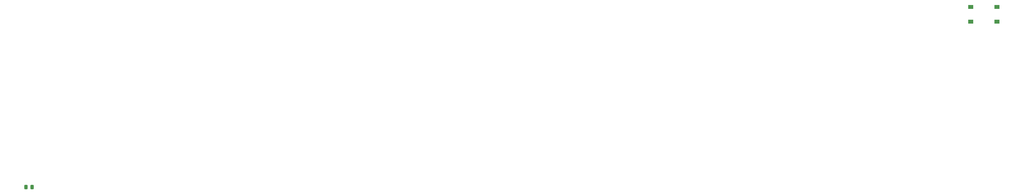
<source format=gbr>
%TF.GenerationSoftware,KiCad,Pcbnew,8.0.2-1*%
%TF.CreationDate,2024-08-02T01:43:08+02:00*%
%TF.ProjectId,keyboard,6b657962-6f61-4726-942e-6b696361645f,1.0*%
%TF.SameCoordinates,Original*%
%TF.FileFunction,Paste,Top*%
%TF.FilePolarity,Positive*%
%FSLAX46Y46*%
G04 Gerber Fmt 4.6, Leading zero omitted, Abs format (unit mm)*
G04 Created by KiCad (PCBNEW 8.0.2-1) date 2024-08-02 01:43:08*
%MOMM*%
%LPD*%
G01*
G04 APERTURE LIST*
G04 Aperture macros list*
%AMRoundRect*
0 Rectangle with rounded corners*
0 $1 Rounding radius*
0 $2 $3 $4 $5 $6 $7 $8 $9 X,Y pos of 4 corners*
0 Add a 4 corners polygon primitive as box body*
4,1,4,$2,$3,$4,$5,$6,$7,$8,$9,$2,$3,0*
0 Add four circle primitives for the rounded corners*
1,1,$1+$1,$2,$3*
1,1,$1+$1,$4,$5*
1,1,$1+$1,$6,$7*
1,1,$1+$1,$8,$9*
0 Add four rect primitives between the rounded corners*
20,1,$1+$1,$2,$3,$4,$5,0*
20,1,$1+$1,$4,$5,$6,$7,0*
20,1,$1+$1,$6,$7,$8,$9,0*
20,1,$1+$1,$8,$9,$2,$3,0*%
G04 Aperture macros list end*
%ADD10R,1.550000X1.300000*%
%ADD11RoundRect,0.243750X-0.243750X-0.456250X0.243750X-0.456250X0.243750X0.456250X-0.243750X0.456250X0*%
G04 APERTURE END LIST*
D10*
X349170000Y-93850000D03*
X357130000Y-93850000D03*
X349170000Y-98350000D03*
X357130000Y-98350000D03*
D11*
X62387000Y-148844000D03*
X64262000Y-148844000D03*
M02*

</source>
